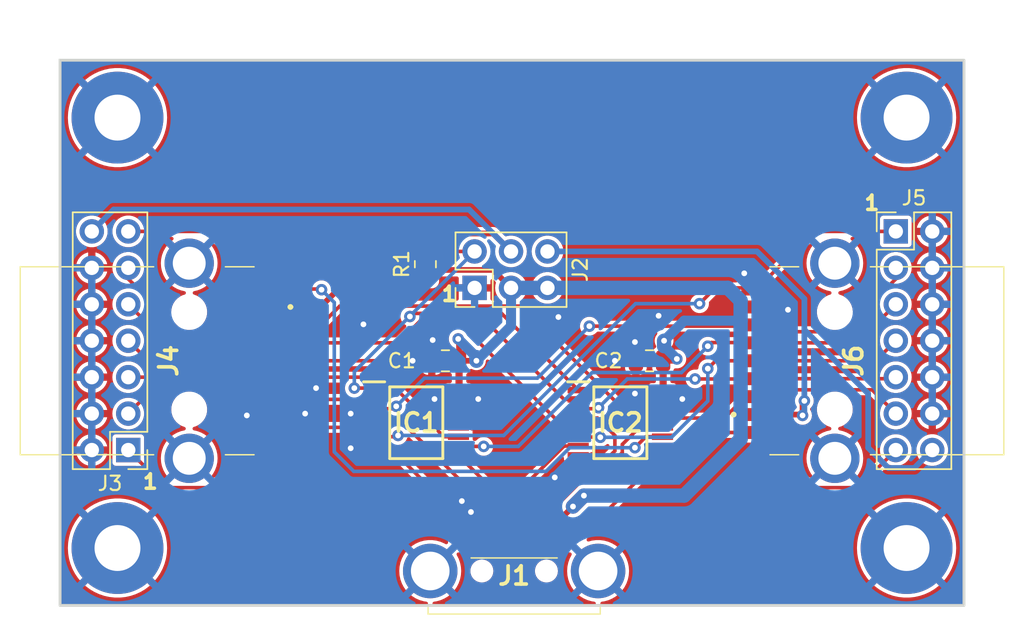
<source format=kicad_pcb>
(kicad_pcb (version 20221018) (generator pcbnew)
  (layers (0 "F.Cu" signal "Front") (31 "B.Cu" signal "Back") (34 "B.Paste" user) (35 "F.Paste" user) (36 "B.SilkS" user "B.Silks") (37 "F.SilkS" user "F.Silks") (38 "B.Mask" user) (39 "F.Mask" user) (44 "Edge.Cuts" user))
  (net 0 "")
  (net 1 "VBUS")
  (net 2 "GND")
  (net 3 "/SEL")
  (net 4 "/S5A")
  (net 5 "/S5B")
  (net 6 "/D5")
  (net 7 "/S6A")
  (net 8 "/S6B")
  (net 9 "/D6")
  (net 10 "/D7")
  (net 11 "/S7B")
  (net 12 "/S7A")
  (net 13 "/S1A")
  (net 14 "/S1B")
  (net 15 "/D1")
  (net 16 "/S2A")
  (net 17 "/S2B")
  (net 18 "/D3")
  (net 19 "/S3B")
  (net 20 "/S3A")
  (net 21 "/D4")
  (net 22 "/S4B")
  (net 23 "/S4A")
  (net 24 "/VBUSA")
  (net 25 "/VBUSB")
  (net 26 "/D2")
  (footprint "Connector_PinHeader_2.54mm:PinHeader_2x03_P2.54mm_Vertical" (layer "F.Cu") (at 199.39 86.868 90)
    (fp_text reference "J2" (at 1.27 7.366 90) (layer "F.SilkS"))
    (fp_text value "2x03")
    (fp_line (start -1.33 -1.33) (end 0 -1.33) (stroke (width 0.12)) (layer "F.SilkS"))
    (fp_line (start -1.33 0) (end -1.33 -1.33) (stroke (width 0.12)) (layer "F.SilkS"))
    (fp_line (start -1.33 1.27) (end -1.33 6.41) (stroke (width 0.12)) (layer "F.SilkS"))
    (fp_line (start -1.33 1.27) (end 1.27 1.27) (stroke (width 0.12)) (layer "F.SilkS"))
    (fp_line (start -1.33 6.41) (end 3.87 6.41) (stroke (width 0.12)) (layer "F.SilkS"))
    (fp_line (start 1.27 -1.33) (end 3.87 -1.33) (stroke (width 0.12)) (layer "F.SilkS"))
    (fp_line (start 1.27 1.27) (end 1.27 -1.33) (stroke (width 0.12)) (layer "F.SilkS"))
    (fp_line (start 3.87 -1.33) (end 3.87 6.41) (stroke (width 0.12)) (layer "F.SilkS"))
    (pad "1" thru_hole rect (at 0 0 90) (size 1.7 1.7) (drill 1) (layers "*.Cu" "*.Mask") (net 2 "GND"))
    (pad "2" thru_hole oval (at 2.54 0 90) (size 1.7 1.7) (drill 1) (layers "*.Cu" "*.Mask") (net 3 "/SEL"))
    (pad "3" thru_hole oval (at 0 2.54 90) (size 1.7 1.7) (drill 1) (layers "*.Cu" "*.Mask") (net 1 "VBUS"))
    (pad "4" thru_hole oval (at 2.54 2.54 90) (size 1.7 1.7) (drill 1) (layers "*.Cu" "*.Mask") (net 24 "/VBUSA"))
    (pad "5" thru_hole oval (at 0 5.08 90) (size 1.7 1.7) (drill 1) (layers "*.Cu" "*.Mask") (net 1 "VBUS"))
    (pad "6" thru_hole oval (at 2.54 5.08 90) (size 1.7 1.7) (drill 1) (layers "*.Cu" "*.Mask") (net 25 "/VBUSB"))
  )
  (footprint "Capacitor_SMD:C_0805_2012Metric" (layer "F.Cu") (at 211.582 91.948 180)
    (fp_text reference "C2" (at 2.86 0) (layer "F.SilkS"))
    (fp_text value "10u")
    (fp_line (start -0.261252 -0.735) (end 0.261252 -0.735) (stroke (width 0.12)) (layer "F.SilkS"))
    (fp_line (start -0.261252 0.735) (end 0.261252 0.735) (stroke (width 0.12)) (layer "F.SilkS"))
    (pad "1" smd roundrect (at -0.95 0 180) (size 1 1.45) (layers "F.Cu" "F.Paste" "F.Mask") (net 1 "VBUS"))
    (pad "2" smd roundrect (at 0.95 0 180) (size 1 1.45) (layers "F.Cu" "F.Paste" "F.Mask") (net 2 "GND"))
  )
  (footprint "mouser:692112030100-fixed" (layer "F.Cu") (at 202.148 106.426)
    (fp_text reference "J1" (at 0 0.508) (layer "F.SilkS") (effects (font (size 1.27 1.27) (thickness 0.254))))
    (fp_text value "692112030100" hide)
    (fp_line (start -6 2.715) (end -6 3.175) (stroke (width 0.1)) (layer "F.SilkS"))
    (fp_line (start -6 3.175) (end 6 3.175) (stroke (width 0.1)) (layer "F.SilkS"))
    (fp_line (start -3 -0.735) (end 3 -0.735) (stroke (width 0.1)) (layer "F.SilkS"))
    (fp_line (start 6 3.175) (end 6 2.715) (stroke (width 0.1)) (layer "F.SilkS"))
    (pad "" np_thru_hole circle (at -2.25 0.175) (size 0.001 0.001) (drill 1.1) (layers "*.Cu" "*.Mask"))
    (pad "" np_thru_hole circle (at 2.25 0.175) (size 0.001 0.001) (drill 1.1) (layers "*.Cu" "*.Mask"))
    (pad "1" smd rect (at 3 -2.275) (size 0.7 1.8) (layers "F.Cu" "F.Paste" "F.Mask") (net 1 "VBUS"))
    (pad "2" smd rect (at 1 -2.275) (size 0.7 1.8) (layers "F.Cu" "F.Paste" "F.Mask") (net 15 "/D1"))
    (pad "3" smd rect (at -1 -2.275) (size 0.7 1.8) (layers "F.Cu" "F.Paste" "F.Mask") (net 26 "/D2"))
    (pad "4" smd rect (at -3 -2.275) (size 0.7 1.8) (layers "F.Cu" "F.Paste" "F.Mask") (net 2 "GND"))
    (pad "5" smd rect (at -4 -2.275) (size 0.7 1.8) (layers "F.Cu" "F.Paste" "F.Mask") (net 18 "/D3"))
    (pad "6" smd rect (at -2 -2.275) (size 0.7 1.8) (layers "F.Cu" "F.Paste" "F.Mask") (net 21 "/D4"))
    (pad "7" smd rect (at 0 -2.275) (size 0.7 1.8) (layers "F.Cu" "F.Paste" "F.Mask") (net 6 "/D5"))
    (pad "8" smd rect (at 2 -2.275) (size 0.7 1.8) (layers "F.Cu" "F.Paste" "F.Mask") (net 9 "/D6"))
    (pad "9" smd rect (at 4 -2.275) (size 0.7 1.8) (layers "F.Cu" "F.Paste" "F.Mask") (net 10 "/D7"))
    (pad "10" thru_hole circle (at -5.85 0.175) (size 3.8 3.8) (drill 2.6926) (layers "*.Cu" "*.Mask") (net 2 "GND"))
    (pad "11" thru_hole circle (at 5.85 0.175) (size 3.8 3.8) (drill 2.6926) (layers "*.Cu" "*.Mask") (net 2 "GND"))
  )
  (footprint "MountingHole:MountingHole_3.2mm_M3_Pad_TopBottom" (layer "F.Cu") (at 174.5 75)
    (fp_text reference "H1" hide)
    (fp_text value "M3" hide)
    (pad "1" thru_hole circle (at 0 0) (size 3.6 3.6) (drill 3.2) (layers "*.Cu" "*.Mask") (net 2 "GND"))
    (pad "1" connect circle (at 0 0) (size 6.4 6.4) (layers "F.Cu" "F.Mask") (net 2 "GND"))
    (pad "1" connect circle (at 0 0) (size 6.4 6.4) (layers "B.Cu" "B.Mask") (net 2 "GND"))
  )
  (footprint "Connector_PinHeader_2.54mm:PinHeader_2x07_P2.54mm_Vertical" (layer "F.Cu") (at 175.25 98.171 180)
    (fp_text reference "J3" (at 1.27 -2.33) (layer "F.SilkS"))
    (fp_text value "Header")
    (fp_line (start -1.33 -1.33) (end 0 -1.33) (stroke (width 0.12)) (layer "F.SilkS"))
    (fp_line (start -1.33 0) (end -1.33 -1.33) (stroke (width 0.12)) (layer "F.SilkS"))
    (fp_line (start -1.33 1.27) (end -1.33 16.57) (stroke (width 0.12)) (layer "F.SilkS"))
    (fp_line (start -1.33 1.27) (end 1.27 1.27) (stroke (width 0.12)) (layer "F.SilkS"))
    (fp_line (start -1.33 16.57) (end 3.87 16.57) (stroke (width 0.12)) (layer "F.SilkS"))
    (fp_line (start 1.27 -1.33) (end 3.87 -1.33) (stroke (width 0.12)) (layer "F.SilkS"))
    (fp_line (start 1.27 1.27) (end 1.27 -1.33) (stroke (width 0.12)) (layer "F.SilkS"))
    (fp_line (start 3.87 -1.33) (end 3.87 16.57) (stroke (width 0.12)) (layer "F.SilkS"))
    (pad "1" thru_hole rect (at 0 0 180) (size 1.7 1.7) (drill 1) (layers "*.Cu" "*.Mask") (net 20 "/S3A"))
    (pad "2" thru_hole oval (at 2.54 0 180) (size 1.7 1.7) (drill 1) (layers "*.Cu" "*.Mask") (net 2 "GND"))
    (pad "3" thru_hole oval (at 0 2.54 180) (size 1.7 1.7) (drill 1) (layers "*.Cu" "*.Mask") (net 23 "/S4A"))
    (pad "4" thru_hole oval (at 2.54 2.54 180) (size 1.7 1.7) (drill 1) (layers "*.Cu" "*.Mask") (net 2 "GND"))
    (pad "5" thru_hole oval (at 0 5.08 180) (size 1.7 1.7) (drill 1) (layers "*.Cu" "*.Mask") (net 16 "/S2A"))
    (pad "6" thru_hole oval (at 2.54 5.08 180) (size 1.7 1.7) (drill 1) (layers "*.Cu" "*.Mask") (net 2 "GND"))
    (pad "7" thru_hole oval (at 0 7.62 180) (size 1.7 1.7) (drill 1) (layers "*.Cu" "*.Mask") (net 4 "/S5A"))
    (pad "8" thru_hole oval (at 2.54 7.62 180) (size 1.7 1.7) (drill 1) (layers "*.Cu" "*.Mask") (net 2 "GND"))
    (pad "9" thru_hole oval (at 0 10.16 180) (size 1.7 1.7) (drill 1) (layers "*.Cu" "*.Mask") (net 13 "/S1A"))
    (pad "10" thru_hole oval (at 2.54 10.16 180) (size 1.7 1.7) (drill 1) (layers "*.Cu" "*.Mask") (net 2 "GND"))
    (pad "11" thru_hole oval (at 0 12.7 180) (size 1.7 1.7) (drill 1) (layers "*.Cu" "*.Mask") (net 7 "/S6A"))
    (pad "12" thru_hole oval (at 2.54 12.7 180) (size 1.7 1.7) (drill 1) (layers "*.Cu" "*.Mask") (net 2 "GND"))
    (pad "13" thru_hole oval (at 0 15.24 180) (size 1.7 1.7) (drill 1) (layers "*.Cu" "*.Mask") (net 12 "/S7A"))
    (pad "14" thru_hole oval (at 2.54 15.24 180) (size 1.7 1.7) (drill 1) (layers "*.Cu" "*.Mask") (net 24 "/VBUSA"))
  )
  (footprint "mouser:SOP65P640X120-16N" (layer "F.Cu") (at 209.55 96.266)
    (fp_text reference "IC2" (at 0 0) (layer "F.SilkS") (effects (font (size 1.27 1.27) (thickness 0.254))))
    (fp_text value "SN3257QPWRQ1" hide)
    (fp_line (start -3.675 -2.85) (end -2.2 -2.85) (stroke (width 0.2)) (layer "F.SilkS"))
    (fp_line (start -1.85 -2.5) (end 1.85 -2.5) (stroke (width 0.2)) (layer "F.SilkS"))
    (fp_line (start -1.85 2.5) (end -1.85 -2.5) (stroke (width 0.2)) (layer "F.SilkS"))
    (fp_line (start 1.85 -2.5) (end 1.85 2.5) (stroke (width 0.2)) (layer "F.SilkS"))
    (fp_line (start 1.85 2.5) (end -1.85 2.5) (stroke (width 0.2)) (layer "F.SilkS"))
    (pad "1" smd rect (at -2.938 -2.275 90) (size 0.45 1.475) (layers "F.Cu" "F.Paste" "F.Mask") (net 3 "/SEL"))
    (pad "2" smd rect (at -2.938 -1.625 90) (size 0.45 1.475) (layers "F.Cu" "F.Paste" "F.Mask") (net 13 "/S1A"))
    (pad "3" smd rect (at -2.938 -0.975 90) (size 0.45 1.475) (layers "F.Cu" "F.Paste" "F.Mask") (net 14 "/S1B"))
    (pad "4" smd rect (at -2.938 -0.325 90) (size 0.45 1.475) (layers "F.Cu" "F.Paste" "F.Mask") (net 15 "/D1"))
    (pad "5" smd rect (at -2.938 0.325 90) (size 0.45 1.475) (layers "F.Cu" "F.Paste" "F.Mask") (net 4 "/S5A"))
    (pad "6" smd rect (at -2.938 0.975 90) (size 0.45 1.475) (layers "F.Cu" "F.Paste" "F.Mask") (net 5 "/S5B"))
    (pad "7" smd rect (at -2.938 1.625 90) (size 0.45 1.475) (layers "F.Cu" "F.Paste" "F.Mask") (net 6 "/D5"))
    (pad "8" smd rect (at -2.938 2.275 90) (size 0.45 1.475) (layers "F.Cu" "F.Paste" "F.Mask") (net 2 "GND"))
    (pad "9" smd rect (at 2.938 2.275 90) (size 0.45 1.475) (layers "F.Cu" "F.Paste" "F.Mask") (net 10 "/D7"))
    (pad "10" smd rect (at 2.938 1.625 90) (size 0.45 1.475) (layers "F.Cu" "F.Paste" "F.Mask") (net 11 "/S7B"))
    (pad "11" smd rect (at 2.938 0.975 90) (size 0.45 1.475) (layers "F.Cu" "F.Paste" "F.Mask") (net 12 "/S7A"))
    (pad "12" smd rect (at 2.938 0.325 90) (size 0.45 1.475) (layers "F.Cu" "F.Paste" "F.Mask") (net 9 "/D6"))
    (pad "13" smd rect (at 2.938 -0.325 90) (size 0.45 1.475) (layers "F.Cu" "F.Paste" "F.Mask") (net 8 "/S6B"))
    (pad "14" smd rect (at 2.938 -0.975 90) (size 0.45 1.475) (layers "F.Cu" "F.Paste" "F.Mask") (net 7 "/S6A"))
    (pad "15" smd rect (at 2.938 -1.625 90) (size 0.45 1.475) (layers "F.Cu" "F.Paste" "F.Mask") (net 2 "GND"))
    (pad "16" smd rect (at 2.938 -2.275 90) (size 0.45 1.475) (layers "F.Cu" "F.Paste" "F.Mask") (net 1 "VBUS"))
  )
  (footprint "mouser:692122030100" (layer "F.Cu") (at 179.5 91.948 -90)
    (fp_text reference "J4" (at 0 1.446 90) (layer "F.SilkS") (effects (font (size 1.27 1.27) (thickness 0.254))))
    (fp_text value "692122030100" hide)
    (fp_line (start -6.55 -4.52) (end -6.55 -2.52) (stroke (width 0.1)) (layer "F.SilkS"))
    (fp_line (start -6.55 2.479) (end -6.55 11.78) (stroke (width 0.1)) (layer "F.SilkS"))
    (fp_line (start -6.55 11.78) (end 6.55 11.78) (stroke (width 0.1)) (layer "F.SilkS"))
    (fp_line (start -3.75 -7.153) (end -3.75 -7.153) (stroke (width 0.2)) (layer "F.SilkS"))
    (fp_line (start -3.75 -6.953) (end -3.75 -6.953) (stroke (width 0.2)) (layer "F.SilkS"))
    (fp_line (start 6.55 -4.52) (end 6.55 -2.52) (stroke (width 0.1)) (layer "F.SilkS"))
    (fp_line (start 6.55 11.78) (end 6.55 2.479) (stroke (width 0.1)) (layer "F.SilkS"))
    (fp_arc (start -3.75 -7.153) (mid -3.65 -7.053) (end -3.75 -6.953) (stroke (width 0.2)) (layer "F.SilkS"))
    (fp_arc (start -3.75 -6.953) (mid -3.85 -7.053) (end -3.75 -7.153) (stroke (width 0.2)) (layer "F.SilkS"))
    (pad "" np_thru_hole circle (at -3.4 0 270) (size 0.001 0.001) (drill 2) (layers "*.Cu" "*.Mask"))
    (pad "" np_thru_hole circle (at 3.4 0 270) (size 0.001 0.001) (drill 2) (layers "*.Cu" "*.Mask"))
    (pad "1" smd rect (at -3.75 -5.22 270) (size 0.9 2.6) (layers "F.Cu" "F.Paste" "F.Mask") (net 24 "/VBUSA"))
    (pad "2" smd rect (at -1.25 -5.22 270) (size 0.9 2.6) (layers "F.Cu" "F.Paste" "F.Mask") (net 13 "/S1A"))
    (pad "3" smd rect (at 1.25 -5.22 270) (size 0.9 2.6) (layers "F.Cu" "F.Paste" "F.Mask") (net 16 "/S2A"))
    (pad "4" smd rect (at 3.75 -5.22 270) (size 0.9 2.6) (layers "F.Cu" "F.Paste" "F.Mask") (net 2 "GND"))
    (pad "5" smd rect (at 5 -5.445 270) (size 0.9 2.15) (layers "F.Cu" "F.Paste" "F.Mask") (net 20 "/S3A"))
    (pad "6" smd rect (at 2.5 -5.445 270) (size 0.9 2.15) (layers "F.Cu" "F.Paste" "F.Mask") (net 23 "/S4A"))
    (pad "7" smd rect (at 0 -5.445 270) (size 0.9 2.15) (layers "F.Cu" "F.Paste" "F.Mask") (net 4 "/S5A"))
    (pad "8" smd rect (at -2.5 -5.445 270) (size 0.9 2.15) (layers "F.Cu" "F.Paste" "F.Mask") (net 7 "/S6A"))
    (pad "9" smd rect (at -5 -5.445 270) (size 0.9 2.15) (layers "F.Cu" "F.Paste" "F.Mask") (net 12 "/S7A"))
    (pad "MH1" thru_hole circle (at -6.8 0 270) (size 3.438 3.438) (drill 2.2922) (layers "*.Cu" "*.Mask") (net 2 "GND"))
    (pad "MH2" thru_hole circle (at 6.8 0 270) (size 3.438 3.438) (drill 2.2922) (layers "*.Cu" "*.Mask") (net 2 "GND"))
  )
  (footprint "MountingHole:MountingHole_3.2mm_M3_Pad_TopBottom" (layer "F.Cu") (at 229.5 75)
    (fp_text reference "H4" hide)
    (fp_text value "M3" hide)
    (pad "1" thru_hole circle (at 0 0) (size 3.6 3.6) (drill 3.2) (layers "*.Cu" "*.Mask") (net 2 "GND"))
    (pad "1" connect circle (at 0 0) (size 6.4 6.4) (layers "F.Cu" "F.Mask") (net 2 "GND"))
    (pad "1" connect circle (at 0 0) (size 6.4 6.4) (layers "B.Cu" "B.Mask") (net 2 "GND"))
  )
  (footprint "Connector_PinHeader_2.54mm:PinHeader_2x07_P2.54mm_Vertical" (layer "F.Cu") (at 228.75 82.931)
    (fp_text reference "J5" (at 1.27 -2.33) (layer "F.SilkS"))
    (fp_text value "Header")
    (fp_line (start -1.33 -1.33) (end 0 -1.33) (stroke (width 0.12)) (layer "F.SilkS"))
    (fp_line (start -1.33 0) (end -1.33 -1.33) (stroke (width 0.12)) (layer "F.SilkS"))
    (fp_line (start -1.33 1.27) (end -1.33 16.57) (stroke (width 0.12)) (layer "F.SilkS"))
    (fp_line (start -1.33 1.27) (end 1.27 1.27) (stroke (width 0.12)) (layer "F.SilkS"))
    (fp_line (start -1.33 16.57) (end 3.87 16.57) (stroke (width 0.12)) (layer "F.SilkS"))
    (fp_line (start 1.27 -1.33) (end 3.87 -1.33) (stroke (width 0.12)) (layer "F.SilkS"))
    (fp_line (start 1.27 1.27) (end 1.27 -1.33) (stroke (width 0.12)) (layer "F.SilkS"))
    (fp_line (start 3.87 -1.33) (end 3.87 16.57) (stroke (width 0.12)) (layer "F.SilkS"))
    (pad "1" thru_hole rect (at 0 0) (size 1.7 1.7) (drill 1) (layers "*.Cu" "*.Mask") (net 19 "/S3B"))
    (pad "2" thru_hole oval (at 2.54 0) (size 1.7 1.7) (drill 1) (layers "*.Cu" "*.Mask") (net 2 "GND"))
    (pad "3" thru_hole oval (at 0 2.54) (size 1.7 1.7) (drill 1) (layers "*.Cu" "*.Mask") (net 22 "/S4B"))
    (pad "4" thru_hole oval (at 2.54 2.54) (size 1.7 1.7) (drill 1) (layers "*.Cu" "*.Mask") (net 2 "GND"))
    (pad "5" thru_hole oval (at 0 5.08) (size 1.7 1.7) (drill 1) (layers "*.Cu" "*.Mask") (net 17 "/S2B"))
    (pad "6" thru_hole oval (at 2.54 5.08) (size 1.7 1.7) (drill 1) (layers "*.Cu" "*.Mask") (net 2 "GND"))
    (pad "7" thru_hole oval (at 0 7.62) (size 1.7 1.7) (drill 1) (layers "*.Cu" "*.Mask") (net 5 "/S5B"))
    (pad "8" thru_hole oval (at 2.54 7.62) (size 1.7 1.7) (drill 1) (layers "*.Cu" "*.Mask") (net 2 "GND"))
    (pad "9" thru_hole oval (at 0 10.16) (size 1.7 1.7) (drill 1) (layers "*.Cu" "*.Mask") (net 14 "/S1B"))
    (pad "10" thru_hole oval (at 2.54 10.16) (size 1.7 1.7) (drill 1) (layers "*.Cu" "*.Mask") (net 2 "GND"))
    (pad "11" thru_hole oval (at 0 12.7) (size 1.7 1.7) (drill 1) (layers "*.Cu" "*.Mask") (net 8 "/S6B"))
    (pad "12" thru_hole oval (at 2.54 12.7) (size 1.7 1.7) (drill 1) (layers "*.Cu" "*.Mask") (net 2 "GND"))
    (pad "13" thru_hole oval (at 0 15.24) (size 1.7 1.7) (drill 1) (layers "*.Cu" "*.Mask") (net 11 "/S7B"))
    (pad "14" thru_hole oval (at 2.54 15.24) (size 1.7 1.7) (drill 1) (layers "*.Cu" "*.Mask") (net 25 "/VBUSB"))
  )
  (footprint "MountingHole:MountingHole_3.2mm_M3_Pad_TopBottom" (layer "F.Cu") (at 174.5 105)
    (fp_text reference "H2" hide)
    (fp_text value "M3" hide)
    (pad "1" thru_hole circle (at 0 0) (size 3.6 3.6) (drill 3.2) (layers "*.Cu" "*.Mask") (net 2 "GND"))
    (pad "1" connect circle (at 0 0) (size 6.4 6.4) (layers "F.Cu" "F.Mask") (net 2 "GND"))
    (pad "1" connect circle (at 0 0) (size 6.4 6.4) (layers "B.Cu" "B.Mask") (net 2 "GND"))
  )
  (footprint "mouser:SOP65P640X120-16N" (layer "F.Cu") (at 195.326 96.266)
    (fp_text reference "IC1" (at 0 0) (layer "F.SilkS") (effects (font (size 1.27 1.27) (thickness 0.254))))
    (fp_text value "SN3257QPWRQ1" hide)
    (fp_line (start -3.675 -2.85) (end -2.2 -2.85) (stroke (width 0.2)) (layer "F.SilkS"))
    (fp_line (start -1.85 -2.5) (end 1.85 -2.5) (stroke (width 0.2)) (layer "F.SilkS"))
    (fp_line (start -1.85 2.5) (end -1.85 -2.5) (stroke (width 0.2)) (layer "F.SilkS"))
    (fp_line (start 1.85 -2.5) (end 1.85 2.5) (stroke (width 0.2)) (layer "F.SilkS"))
    (fp_line (start 1.85 2.5) (end -1.85 2.5) (stroke (width 0.2)) (layer "F.SilkS"))
    (pad "1" smd rect (at -2.938 -2.275 90) (size 0.45 1.475) (layers "F.Cu" "F.Paste" "F.Mask") (net 3 "/SEL"))
    (pad "2" smd rect (at -2.938 -1.625 90) (size 0.45 1.475) (layers "F.Cu" "F.Paste" "F.Mask") (net 23 "/S4A"))
    (pad "3" smd rect (at -2.938 -0.975 90) (size 0.45 1.475) (layers "F.Cu" "F.Paste" "F.Mask") (net 22 "/S4B"))
    (pad "4" smd rect (at -2.938 -0.325 90) (size 0.45 1.475) (layers "F.Cu" "F.Paste" "F.Mask") (net 21 "/D4"))
    (pad "5" smd rect (at -2.938 0.325 90) (size 0.45 1.475) (layers "F.Cu" "F.Paste" "F.Mask") (net 20 "/S3A"))
    (pad "6" smd rect (at -2.938 0.975 90) (size 0.45 1.475) (layers "F.Cu" "F.Paste" "F.Mask") (net 19 "/S3B"))
    (pad "7" smd rect (at -2.938 1.625 90) (size 0.45 1.475) (layers "F.Cu" "F.Paste" "F.Mask") (net 18 "/D3"))
    (pad "8" smd rect (at -2.938 2.275 90) (size 0.45 1.475) (layers "F.Cu" "F.Paste" "F.Mask") (net 2 "GND"))
    (pad "9" smd rect (at 2.938 2.275 90) (size 0.45 1.475) (layers "F.Cu" "F.Paste" "F.Mask") (net 26 "/D2"))
    (pad "10" smd rect (at 2.938 1.625 90) (size 0.45 1.475) (layers "F.Cu" "F.Paste" "F.Mask") (net 17 "/S2B"))
    (pad "11" smd rect (at 2.938 0.975 90) (size 0.45 1.475) (layers "F.Cu" "F.Paste" "F.Mask") (net 16 "/S2A"))
    (pad "12" smd rect (at 2.938 0.325 90) (size 0.45 1.475) (layers "F.Cu" "F.Paste" "F.Mask") (net 2 "GND"))
    (pad "13" smd rect (at 2.938 -0.325 90) (size 0.45 1.475) (layers "F.Cu" "F.Paste" "F.Mask") (net 2 "GND"))
    (pad "14" smd rect (at 2.938 -0.975 90) (size 0.45 1.475) (layers "F.Cu" "F.Paste" "F.Mask") (net 2 "GND"))
    (pad "15" smd rect (at 2.938 -1.625 90) (size 0.45 1.475) (layers "F.Cu" "F.Paste" "F.Mask") (net 2 "GND"))
    (pad "16" smd rect (at 2.938 -2.275 90) (size 0.45 1.475) (layers "F.Cu" "F.Paste" "F.Mask") (net 1 "VBUS"))
  )
  (footprint "MountingHole:MountingHole_3.2mm_M3_Pad_TopBottom" (layer "F.Cu") (at 229.5 105)
    (fp_text reference "H3" hide)
    (fp_text value "M3" hide)
    (pad "1" thru_hole circle (at 0 0) (size 3.6 3.6) (drill 3.2) (layers "*.Cu" "*.Mask") (net 2 "GND"))
    (pad "1" connect circle (at 0 0) (size 6.4 6.4) (layers "F.Cu" "F.Mask") (net 2 "GND"))
    (pad "1" connect circle (at 0 0) (size 6.4 6.4) (layers "B.Cu" "B.Mask") (net 2 "GND"))
  )
  (footprint "Capacitor_SMD:C_0805_2012Metric" (layer "F.Cu") (at 197.358 91.948 180)
    (fp_text reference "C1" (at 3.048 0) (layer "F.SilkS"))
    (fp_text value "10u")
    (fp_line (start -0.261252 -0.735) (end 0.261252 -0.735) (stroke (width 0.12)) (layer "F.SilkS"))
    (fp_line (start -0.261252 0.735) (end 0.261252 0.735) (stroke (width 0.12)) (layer "F.SilkS"))
    (pad "1" smd roundrect (at -0.95 0 180) (size 1 1.45) (layers "F.Cu" "F.Paste" "F.Mask") (net 1 "VBUS"))
    (pad "2" smd roundrect (at 0.95 0 180) (size 1 1.45) (layers "F.Cu" "F.Paste" "F.Mask") (net 2 "GND"))
  )
  (footprint "mouser:692122030100" (layer "F.Cu") (at 224.5 91.948 90)
    (fp_text reference "J6" (at 0 1.306 90) (layer "F.SilkS") (effects (font (size 1.27 1.27) (thickness 0.254))))
    (fp_text value "692122030100" hide)
    (fp_line (start -6.55 -4.52) (end -6.55 -2.52) (stroke (width 0.1)) (layer "F.SilkS"))
    (fp_line (start -6.55 2.479) (end -6.55 11.78) (stroke (width 0.1)) (layer "F.SilkS"))
    (fp_line (start -6.55 11.78) (end 6.55 11.78) (stroke (width 0.1)) (layer "F.SilkS"))
    (fp_line (start -3.75 -7.153) (end -3.75 -7.153) (stroke (width 0.2)) (layer "F.SilkS"))
    (fp_line (start -3.75 -6.953) (end -3.75 -6.953) (stroke (width 0.2)) (layer "F.SilkS"))
    (fp_line (start 6.55 -4.52) (end 6.55 -2.52) (stroke (width 0.1)) (layer "F.SilkS"))
    (fp_line (start 6.55 11.78) (end 6.55 2.479) (stroke (width 0.1)) (layer "F.SilkS"))
    (fp_arc (start -3.75 -7.153) (mid -3.65 -7.053) (end -3.75 -6.953) (stroke (width 0.2)) (layer "F.SilkS"))
    (fp_arc (start -3.75 -6.953) (mid -3.85 -7.053) (end -3.75 -7.153) (stroke (width 0.2)) (layer "F.SilkS"))
    (pad "" np_thru_hole circle (at -3.4 0 90) (size 0.001 0.001) (drill 2) (layers "*.Cu" "*.Mask"))
    (pad "" np_thru_hole circle (at 3.4 0 90) (size 0.001 0.001) (drill 2) (layers "*.Cu" "*.Mask"))
    (pad "1" smd rect (at -3.75 -5.22 90) (size 0.9 2.6) (layers "F.Cu" "F.Paste" "F.Mask") (net 25 "/VBUSB"))
    (pad "2" smd rect (at -1.25 -5.22 90) (size 0.9 2.6) (layers "F.Cu" "F.Paste" "F.Mask") (net 14 "/S1B"))
    (pad "3" smd rect (at 1.25 -5.22 90) (size 0.9 2.6) (layers "F.Cu" "F.Paste" "F.Mask") (net 17 "/S2B"))
    (pad "4" smd rect (at 3.75 -5.22 90) (size 0.9 2.6) (layers "F.Cu" "F.Paste" "F.Mask") (net 2 "GND"))
    (pad "5" smd rect (at 5 -5.445 90) (size 0.9 2.15) (layers "F.Cu" "F.Paste" "F.Mask") (net 19 "/S3B"))
    (pad "6" smd rect (at 2.5 -5.445 90) (size 0.9 2.15) (layers "F.Cu" "F.Paste" "F.Mask") (net 22 "/S4B"))
    (pad "7" smd rect (at 0 -5.445 90) (size 0.9 2.15) (layers "F.Cu" "F.Paste" "F.Mask") (net 5 "/S5B"))
    (pad "8" smd rect (at -2.5 -5.445 90) (size 0.9 2.15) (layers "F.Cu" "F.Paste" "F.Mask") (net 8 "/S6B"))
    (pad "9" smd rect (at -5 -5.445 90) (size 0.9 2.15) (layers "F.Cu" "F.Paste" "F.Mask") (net 11 "/S7B"))
    (pad "MH1" thru_hole circle (at -6.8 0 90) (size 3.438 3.438) (drill 2.2922) (layers "*.Cu" "*.Mask") (net 2 "GND"))
    (pad "MH2" thru_hole circle (at 6.8 0 90) (size 3.438 3.438) (drill 2.2922) (layers "*.Cu" "*.Mask") (net 2 "GND"))
  )
  (footprint "Resistor_SMD:R_0805_2012Metric" (layer "F.Cu") (at 195.961 85.217 90)
    (fp_text reference "R1" (at 0 -1.65 90) (layer "F.SilkS"))
    (fp_text value "4K7")
    (fp_line (start -0.227064 -0.735) (end 0.227064 -0.735) (stroke (width 0.12)) (layer "F.SilkS"))
    (fp_line (start -0.227064 0.735) (end 0.227064 0.735) (stroke (width 0.12)) (layer "F.SilkS"))
    (pad "1" smd roundrect (at -0.9125 0 90) (size 1.025 1.4) (layers "F.Cu" "F.Paste" "F.Mask") (roundrect_rratio 0.243902) (net 1 "VBUS"))
    (pad "2" smd roundrect (at 0.9125 0 90) (size 1.025 1.4) (layers "F.Cu" "F.Paste" "F.Mask") (roundrect_rratio 0.243902) (net 3 "/SEL"))
  )
  (gr_rect (start 170.5 71) (end 233.5 109) (stroke (width 0.2)) (fill none) (layer "Edge.Cuts"))
  (gr_text "1" (at 196.977 87.884) (layer "F.SilkS") (effects (font (size 1 1) (thickness 0.25) bold) (justify left bottom)))
  (gr_text "1" (at 226.441 81.534) (layer "F.SilkS") (effects (font (size 1 1) (thickness 0.25) bold) (justify left bottom)))
  (gr_text "1" (at 176.149 100.965) (layer "F.SilkS") (effects (font (size 1 1) (thickness 0.25) bold) (justify left bottom)))
  (segment (start 213.36 91.948) (end 213.487 91.821) (width 0.4) (layer "F.Cu") (net 1))
  (segment (start 212.532 91.948) (end 212.532 93.947) (width 0.5) (layer "F.Cu") (net 1))
  (segment (start 198.308 91.948) (end 198.308 93.947) (width 0.5) (layer "F.Cu") (net 1))
  (segment (start 196.4725 85.618) (end 200.68 85.618) (width 0.4) (layer "F.Cu") (net 1))
  (segment (start 198.308 90.485) (end 198.247 90.424) (width 0.4) (layer "F.Cu") (net 1))
  (segment (start 198.308 93.947) (end 198.264 93.991) (width 0.4) (layer "F.Cu") (net 1))
  (segment (start 212.532 90.617) (end 212.598 90.551) (width 0.4) (layer "F.Cu") (net 1))
  (segment (start 206.248 102.108) (end 207.010001 101.345999) (width 1) (layer "F.Cu") (net 1))
  (segment (start 212.532 93.947) (end 212.488 93.991) (width 0.4) (layer "F.Cu") (net 1))
  (segment (start 200.68 85.618) (end 201.93 86.868) (width 0.4) (layer "F.Cu") (net 1))
  (segment (start 195.961 86.1295) (end 196.4725 85.618) (width 0.4) (layer "F.Cu") (net 1))
  (segment (start 198.308 91.948) (end 199.517 91.948) (width 0.4) (layer "F.Cu") (net 1))
  (segment (start 205.148 104.151) (end 205.148 103.208) (width 0.4) (layer "F.Cu") (net 1))
  (segment (start 212.532 91.948) (end 212.532 90.617) (width 0.4) (layer "F.Cu") (net 1))
  (segment (start 212.532 91.948) (end 213.36 91.948) (width 0.4) (layer "F.Cu") (net 1))
  (segment (start 198.308 91.948) (end 198.308 90.485) (width 0.4) (layer "F.Cu") (net 1))
  (segment (start 205.148 103.208) (end 206.248 102.108) (width 0.4) (layer "F.Cu") (net 1))
  (via (at 213.487 91.821) (size 0.8) (drill 0.4) (layers "F.Cu" "B.Cu") (net 1))
  (via (at 198.247 90.424) (size 0.8) (drill 0.4) (layers "F.Cu" "B.Cu") (net 1))
  (via (at 212.598 90.551) (size 0.8) (drill 0.4) (layers "F.Cu" "B.Cu") (net 1))
  (via (at 199.517 91.948) (size 0.8) (drill 0.4) (layers "F.Cu" "B.Cu") (net 1))
  (via (at 207.010001 101.345999) (size 0.8) (drill 0.4) (layers "F.Cu" "B.Cu") (net 1))
  (via (at 206.248 102.108) (size 0.8) (drill 0.4) (layers "F.Cu" "B.Cu") (net 1))
  (segment (start 217.043 86.868) (end 201.93 86.868) (width 1) (layer "B.Cu") (net 1))
  (segment (start 212.598 90.932) (end 213.487 91.821) (width 0.7) (layer "B.Cu") (net 1))
  (segment (start 201.93 89.535) (end 199.517 91.948) (width 0.7) (layer "B.Cu") (net 1))
  (segment (start 213.995 101.346) (end 207.010001 101.345999) (width 1) (layer "B.Cu") (net 1))
  (segment (start 206.248 102.108) (end 206.248001 102.107999) (width 0.4) (layer "B.Cu") (net 1))
  (segment (start 217.932 89.154) (end 217.932 97.409) (width 1) (layer "B.Cu") (net 1))
  (segment (start 207.010001 101.345999) (end 206.248001 102.107999) (width 1) (layer "B.Cu") (net 1))
  (segment (start 217.932 87.757) (end 217.043 86.868) (width 1) (layer "B.Cu") (net 1))
  (segment (start 217.932 89.154) (end 213.995 89.154) (width 0.7) (layer "B.Cu") (net 1))
  (segment (start 199.517 91.694) (end 199.517 91.948) (width 1) (layer "B.Cu") (net 1))
  (segment (start 217.932 97.409) (end 213.995 101.346) (width 1) (layer "B.Cu") (net 1))
  (segment (start 201.93 86.868) (end 201.93 89.535) (width 0.7) (layer "B.Cu") (net 1))
  (segment (start 213.995 89.154) (end 212.598 90.551) (width 0.7) (layer "B.Cu") (net 1))
  (segment (start 198.247 90.424) (end 199.517 91.694) (width 0.7) (layer "B.Cu") (net 1))
  (segment (start 212.598 90.551) (end 212.598 90.932) (width 1) (layer "B.Cu") (net 1))
  (segment (start 217.932 89.154) (end 217.932 87.757) (width 1) (layer "B.Cu") (net 1))
  (segment (start 206.513 98.541) (end 204.978 100.076) (width 0.4) (layer "F.Cu") (net 2))
  (segment (start 206.612 98.541) (end 206.513 98.541) (width 0.4) (layer "F.Cu") (net 2))
  (via (at 209.169 91.948) (size 0.8) (drill 0.4) (layers "F.Cu" "B.Cu") (net 2))
  (via (at 221.234 88.392) (size 0.8) (drill 0.4) (layers "F.Cu" "B.Cu") (net 2))
  (via (at 205.232 88.9) (size 0.8) (drill 0.4) (layers "F.Cu" "B.Cu") (net 2))
  (via (at 190.754 98.044) (size 0.8) (drill 0.4) (layers "F.Cu" "B.Cu") (net 2))
  (via (at 188.341 93.853) (size 0.8) (drill 0.4) (layers "F.Cu" "B.Cu") (net 2))
  (via (at 199.644 94.615) (size 0.8) (drill 0.4) (layers "F.Cu" "B.Cu") (net 2))
  (via (at 204.978 100.076) (size 0.8) (drill 0.4) (layers "F.Cu" "B.Cu") (net 2))
  (via (at 210.566 94.234) (size 0.8) (drill 0.4) (layers "F.Cu" "B.Cu") (net 2))
  (via (at 210.566 90.6405) (size 0.8) (drill 0.4) (layers "F.Cu" "B.Cu") (net 2))
  (via (at 183.515 95.758) (size 0.8) (drill 0.4) (layers "F.Cu" "B.Cu") (net 2))
  (via (at 198.501 101.727) (size 0.8) (drill 0.4) (layers "F.Cu" "B.Cu") (net 2))
  (via (at 195.072 91.948) (size 0.8) (drill 0.4) (layers "F.Cu" "B.Cu") (net 2))
  (via (at 187.579 95.631) (size 0.8) (drill 0.4) (layers "F.Cu" "B.Cu") (net 2))
  (via (at 196.469 90.5045) (size 0.8) (drill 0.4) (layers "F.Cu" "B.Cu") (net 2))
  (via (at 212.217 88.810499) (size 0.8) (drill 0.4) (layers "F.Cu" "B.Cu") (net 2))
  (via (at 191.643 89.408) (size 0.8) (drill 0.4) (layers "F.Cu" "B.Cu") (net 2))
  (via (at 213.868 94.615) (size 0.8) (drill 0.4) (layers "F.Cu" "B.Cu") (net 2))
  (via (at 196.596 94.615) (size 0.8) (drill 0.4) (layers "F.Cu" "B.Cu") (net 2))
  (via (at 190.754 95.631) (size 0.8) (drill 0.4) (layers "F.Cu" "B.Cu") (net 2))
  (via (at 218.186 85.852) (size 0.8) (drill 0.4) (layers "F.Cu" "B.Cu") (net 2))
  (via (at 199.136 102.489) (size 0.8) (drill 0.4) (layers "F.Cu" "B.Cu") (net 2))
  (segment (start 191.008 93.853) (end 192.25 93.853) (width 0.25) (layer "F.Cu") (net 3))
  (segment (start 195.098 88.646) (end 194.8815 88.8625) (width 0.25) (layer "F.Cu") (net 3))
  (segment (start 206.612 93.991) (end 201.267 88.646) (width 0.25) (layer "F.Cu") (net 3))
  (segment (start 195.961 84.3045) (end 195.9845 84.328) (width 0.25) (layer "F.Cu") (net 3))
  (segment (start 195.9845 84.328) (end 199.39 84.328) (width 0.25) (layer "F.Cu") (net 3))
  (segment (start 201.267 88.646) (end 195.098 88.646) (width 0.25) (layer "F.Cu") (net 3))
  (segment (start 192.25 93.853) (end 192.388 93.991) (width 0.25) (layer "F.Cu") (net 3))
  (via (at 191.008 93.853) (size 0.8) (drill 0.4) (layers "F.Cu" "B.Cu") (net 3))
  (via (at 194.8815 88.8625) (size 0.8) (drill 0.4) (layers "F.Cu" "B.Cu") (net 3))
  (segment (start 199.39 84.328) (end 191.008 92.71) (width 0.25) (layer "B.Cu") (net 3))
  (segment (start 191.008 92.71) (end 191.008 93.853) (width 0.25) (layer "B.Cu") (net 3))
  (segment (start 193.456288 91.948) (end 185.785 91.948) (width 0.25) (layer "F.Cu") (net 4))
  (segment (start 175.25 90.551) (end 176.647 91.948) (width 0.25) (layer "F.Cu") (net 4))
  (segment (start 206.612 96.591) (end 205.6245 96.591) (width 0.25) (layer "F.Cu") (net 4))
  (segment (start 176.647 91.948) (end 184.945 91.948) (width 0.25) (layer "F.Cu") (net 4))
  (segment (start 198.642002 89.608502) (end 195.795786 89.608502) (width 0.25) (layer "F.Cu") (net 4))
  (segment (start 195.795786 89.608502) (end 193.456288 91.948) (width 0.25) (layer "F.Cu") (net 4))
  (segment (start 205.6245 96.591) (end 198.642002 89.608502) (width 0.25) (layer "F.Cu") (net 4))
  (segment (start 227.353 91.948) (end 228.75 90.551) (width 0.25) (layer "F.Cu") (net 5))
  (segment (start 218.9615 92.202) (end 218.7075 91.948) (width 0.25) (layer "F.Cu") (net 5))
  (segment (start 216.191499 91.948) (end 215.646 92.493499) (width 0.25) (layer "F.Cu") (net 5))
  (segment (start 218.7075 91.948) (end 216.191499 91.948) (width 0.25) (layer "F.Cu") (net 5))
  (segment (start 219.055 91.948) (end 227.353 91.948) (width 0.25) (layer "F.Cu") (net 5))
  (segment (start 206.612 97.241) (end 208.153 97.282) (width 0.25) (layer "F.Cu") (net 5))
  (via (at 208.153 97.282) (size 0.8) (drill 0.4) (layers "F.Cu" "B.Cu") (net 5))
  (via (at 215.646 92.493499) (size 0.8) (drill 0.4) (layers "F.Cu" "B.Cu") (net 5))
  (segment (start 213.115305 97.282) (end 215.646 94.751305) (width 0.25) (layer "B.Cu") (net 5))
  (segment (start 215.646 94.751305) (end 215.646 92.493499) (width 0.25) (layer "B.Cu") (net 5))
  (segment (start 208.153 97.282) (end 213.115305 97.282) (width 0.25) (layer "B.Cu") (net 5))
  (segment (start 206.612 97.891) (end 205.6245 97.891) (width 0.25) (layer "F.Cu") (net 6))
  (segment (start 202.148 101.3675) (end 202.148 104.151) (width 0.25) (layer "F.Cu") (net 6))
  (segment (start 205.6245 97.891) (end 202.148 101.3675) (width 0.25) (layer "F.Cu") (net 6))
  (segment (start 175.25 85.471) (end 175.25 86.242544) (width 0.25) (layer "F.Cu") (net 7))
  (segment (start 189.99131 88.138) (end 188.68131 89.448) (width 0.25) (layer "F.Cu") (net 7))
  (segment (start 175.25 86.242544) (end 178.930456 89.923) (width 0.25) (layer "F.Cu") (net 7))
  (segment (start 188.68131 89.448) (end 185.785 89.448) (width 0.25) (layer "F.Cu") (net 7))
  (segment (start 178.930456 89.923) (end 184.47 89.923) (width 0.25) (layer "F.Cu") (net 7))
  (segment (start 202.56638 88.138) (end 189.99131 88.138) (width 0.25) (layer "F.Cu") (net 7))
  (segment (start 212.488 95.291) (end 209.71938 95.291) (width 0.25) (layer "F.Cu") (net 7))
  (segment (start 184.47 89.923) (end 184.945 89.448) (width 0.25) (layer "F.Cu") (net 7))
  (segment (start 209.71938 95.291) (end 202.56638 88.138) (width 0.25) (layer "F.Cu") (net 7))
  (segment (start 216.7975 95.941) (end 218.0365 94.702) (width 0.25) (layer "F.Cu") (net 8))
  (segment (start 218.0365 94.702) (end 218.9615 94.702) (width 0.25) (layer "F.Cu") (net 8))
  (segment (start 227.092 93.973) (end 228.75 95.631) (width 0.25) (layer "F.Cu") (net 8))
  (segment (start 212.488 95.941) (end 216.7975 95.941) (width 0.25) (layer "F.Cu") (net 8))
  (segment (start 219.53 93.973) (end 227.092 93.973) (width 0.25) (layer "F.Cu") (net 8))
  (segment (start 219.055 94.448) (end 219.53 93.973) (width 0.25) (layer "F.Cu") (net 8))
  (segment (start 209.687002 97.779998) (end 210.876 96.591) (width 0.25) (layer "F.Cu") (net 9))
  (segment (start 204.148 103.001) (end 206.877499 100.271501) (width 0.25) (layer "F.Cu") (net 9))
  (segment (start 210.876 96.591) (end 212.488 96.591) (width 0.25) (layer "F.Cu") (net 9))
  (segment (start 206.877499 100.271501) (end 207.765379 100.271501) (width 0.25) (layer "F.Cu") (net 9))
  (segment (start 207.765379 100.271501) (end 209.687002 98.349878) (width 0.25) (layer "F.Cu") (net 9))
  (segment (start 209.687002 98.349878) (end 209.687002 97.779998) (width 0.25) (layer "F.Cu") (net 9))
  (segment (start 204.148 104.151) (end 204.148 103.001) (width 0.25) (layer "F.Cu") (net 9))
  (segment (start 206.878 104.151) (end 212.488 98.541) (width 0.25) (layer "F.Cu") (net 10))
  (segment (start 206.148 104.151) (end 206.878 104.151) (width 0.25) (layer "F.Cu") (net 10))
  (segment (start 219.055 96.948) (end 222.899 100.792) (width 0.25) (layer "F.Cu") (net 11))
  (segment (start 226.129 100.792) (end 228.75 98.171) (width 0.25) (layer "F.Cu") (net 11))
  (segment (start 222.899 100.792) (end 226.129 100.792) (width 0.25) (layer "F.Cu") (net 11))
  (segment (start 214.4185 96.948) (end 218.9615 96.948) (width 0.25) (layer "F.Cu") (net 11))
  (segment (start 212.488 97.891) (end 213.4755 97.891) (width 0.25) (layer "F.Cu") (net 11))
  (segment (start 213.4755 97.891) (end 214.4185 96.948) (width 0.25) (layer "F.Cu") (net 11))
  (segment (start 188.675 86.948) (end 188.722 86.995) (width 0.25) (layer "F.Cu") (net 12))
  (segment (start 180.928 82.931) (end 184.945 86.948) (width 0.25) (layer "F.Cu") (net 12))
  (segment (start 185.785 86.948) (end 188.675 86.948) (width 0.25) (layer "F.Cu") (net 12))
  (segment (start 175.25 82.931) (end 180.928 82.931) (width 0.25) (layer "F.Cu") (net 12))
  (segment (start 211.3315 97.241) (end 210.566 98.0065) (width 0.25) (layer "F.Cu") (net 12))
  (segment (start 212.488 97.241) (end 211.3315 97.241) (width 0.25) (layer "F.Cu") (net 12))
  (via (at 210.566 98.0065) (size 0.8) (drill 0.4) (layers "F.Cu" "B.Cu") (net 12))
  (via (at 188.722 86.995) (size 0.8) (drill 0.4) (layers "F.Cu" "B.Cu") (net 12))
  (segment (start 206.022902 98.0065) (end 210.566 98.0065) (width 0.25) (layer "B.Cu") (net 12))
  (segment (start 188.722 86.995) (end 189.611 87.884) (width 0.25) (layer "B.Cu") (net 12))
  (segment (start 204.371902 99.6575) (end 206.022902 98.0065) (width 0.25) (layer "B.Cu") (net 12))
  (segment (start 189.611 87.884) (end 189.611 98.298) (width 0.25) (layer "B.Cu") (net 12))
  (segment (start 189.611 98.298) (end 190.9705 99.6575) (width 0.25) (layer "B.Cu") (net 12))
  (segment (start 190.9705 99.6575) (end 204.371902 99.6575) (width 0.25) (layer "B.Cu") (net 12))
  (segment (start 194.070598 90.698) (end 185.56 90.698) (width 0.25) (layer "F.Cu") (net 13))
  (segment (start 205.6245 94.641) (end 200.142501 89.159001) (width 0.25) (layer "F.Cu") (net 13))
  (segment (start 195.609597 89.159001) (end 194.070598 90.698) (width 0.25) (layer "F.Cu") (net 13))
  (segment (start 175.25 88.011) (end 177.937 90.698) (width 0.25) (layer "F.Cu") (net 13))
  (segment (start 206.612 94.641) (end 205.6245 94.641) (width 0.25) (layer "F.Cu") (net 13))
  (segment (start 200.142501 89.159001) (end 195.609597 89.159001) (width 0.25) (layer "F.Cu") (net 13))
  (segment (start 177.937 90.698) (end 184.72 90.698) (width 0.25) (layer "F.Cu") (net 13))
  (segment (start 228.643 93.198) (end 228.75 93.091) (width 0.25) (layer "F.Cu") (net 14))
  (segment (start 206.612 95.291) (end 207.958346 95.291) (width 0.25) (layer "F.Cu") (net 14))
  (segment (start 219.28 93.198) (end 228.643 93.198) (width 0.25) (layer "F.Cu") (net 14))
  (segment (start 219.1865 93.452) (end 218.9525 93.218) (width 0.25) (layer "F.Cu") (net 14))
  (segment (start 218.9525 93.218) (end 214.757001 93.217999) (width 0.25) (layer "F.Cu") (net 14))
  (via (at 208.029052 95.220294) (size 0.8) (drill 0.4) (layers "F.Cu" "B.Cu") (net 14))
  (via (at 214.757001 93.217999) (size 0.8) (drill 0.4) (layers "F.Cu" "B.Cu") (net 14))
  (segment (start 210.031347 93.217999) (end 214.757001 93.217999) (width 0.25) (layer "B.Cu") (net 14))
  (segment (start 208.029052 95.220294) (end 210.031347 93.217999) (width 0.25) (layer "B.Cu") (net 14))
  (segment (start 203.148 103.001) (end 206.327 99.822) (width 0.25) (layer "F.Cu") (net 15))
  (segment (start 207.955 95.941) (end 206.612 95.941) (width 0.25) (layer "F.Cu") (net 15))
  (segment (start 209.169 97.155) (end 207.955 95.941) (width 0.25) (layer "F.Cu") (net 15))
  (segment (start 203.148 104.151) (end 203.148 103.001) (width 0.25) (layer "F.Cu") (net 15))
  (segment (start 207.57919 99.822) (end 209.169 98.23219) (width 0.25) (layer "F.Cu") (net 15))
  (segment (start 206.327 99.822) (end 207.57919 99.822) (width 0.25) (layer "F.Cu") (net 15))
  (segment (start 209.169 98.23219) (end 209.169 97.155) (width 0.25) (layer "F.Cu") (net 15))
  (segment (start 198.264 97.241) (end 197.2505 97.241) (width 0.25) (layer "F.Cu") (net 16))
  (segment (start 197.2505 97.241) (end 193.1005 93.091) (width 0.25) (layer "F.Cu") (net 16))
  (segment (start 175.25 93.091) (end 184.613 93.091) (width 0.25) (layer "F.Cu") (net 16))
  (segment (start 193.1005 93.091) (end 185.453 93.091) (width 0.25) (layer "F.Cu") (net 16))
  (segment (start 184.613 93.091) (end 184.72 93.198) (width 0.25) (layer "F.Cu") (net 16))
  (segment (start 200.025 97.917) (end 198.29 97.917) (width 0.25) (layer "F.Cu") (net 17))
  (segment (start 215.9 90.678) (end 215.646 90.932) (width 0.25) (layer "F.Cu") (net 17))
  (segment (start 219.1865 90.952) (end 218.9125 90.678) (width 0.25) (layer "F.Cu") (net 17))
  (segment (start 219.28 90.698) (end 226.063 90.698) (width 0.25) (layer "F.Cu") (net 17))
  (segment (start 198.29 97.917) (end 198.264 97.891) (width 0.25) (layer "F.Cu") (net 17))
  (segment (start 218.9125 90.678) (end 215.9 90.678) (width 0.25) (layer "F.Cu") (net 17))
  (segment (start 226.063 90.698) (end 228.75 88.011) (width 0.25) (layer "F.Cu") (net 17))
  (via (at 215.646 90.932) (size 0.8) (drill 0.4) (layers "F.Cu" "B.Cu") (net 17))
  (via (at 200.025 97.917) (size 0.8) (drill 0.4) (layers "F.Cu" "B.Cu") (net 17))
  (segment (start 207.586502 92.768498) (end 213.809502 92.768498) (width 0.25) (layer "B.Cu") (net 17))
  (segment (start 202.438 97.917) (end 207.586502 92.768498) (width 0.25) (layer "B.Cu") (net 17))
  (segment (start 213.809502 92.768498) (end 215.646 90.932) (width 0.25) (layer "B.Cu") (net 17))
  (segment (start 200.025 97.917) (end 202.438 97.917) (width 0.25) (layer "B.Cu") (net 17))
  (segment (start 193.3755 97.891) (end 198.148 102.6635) (width 0.25) (layer "F.Cu") (net 18))
  (segment (start 192.388 97.891) (end 193.3755 97.891) (width 0.25) (layer "F.Cu") (net 18))
  (segment (start 198.148 102.6635) (end 198.148 104.151) (width 0.25) (layer "F.Cu") (net 18))
  (segment (start 223.072 82.931) (end 228.75 82.931) (width 0.25) (layer "F.Cu") (net 19))
  (segment (start 193.97 97.241) (end 194.056 97.155) (width 0.25) (layer "F.Cu") (net 19))
  (segment (start 218.6275 86.868) (end 216.168186 86.868) (width 0.25) (layer "F.Cu") (net 19))
  (segment (start 219.055 86.948) (end 223.072 82.931) (width 0.25) (layer "F.Cu") (net 19))
  (segment (start 218.9615 87.202) (end 218.6275 86.868) (width 0.25) (layer "F.Cu") (net 19))
  (segment (start 216.168186 86.868) (end 215.068686 87.9675) (width 0.25) (layer "F.Cu") (net 19))
  (segment (start 192.388 97.241) (end 193.97 97.241) (width 0.25) (layer "F.Cu") (net 19))
  (via (at 215.068686 87.9675) (size 0.8) (drill 0.4) (layers "F.Cu" "B.Cu") (net 19))
  (via (at 194.056 97.155) (size 0.8) (drill 0.4) (layers "F.Cu" "B.Cu") (net 19))
  (segment (start 201.422 97.155) (end 210.6095 87.9675) (width 0.25) (layer "B.Cu") (net 19))
  (segment (start 210.6095 87.9675) (end 215.068686 87.9675) (width 0.25) (layer "B.Cu") (net 19))
  (segment (start 194.056 97.155) (end 201.422 97.155) (width 0.25) (layer "B.Cu") (net 19))
  (segment (start 181.101 100.792) (end 184.945 96.948) (width 0.25) (layer "F.Cu") (net 20))
  (segment (start 177.871 100.792) (end 181.101 100.792) (width 0.25) (layer "F.Cu") (net 20))
  (segment (start 175.25 98.171) (end 177.871 100.792) (width 0.25) (layer "F.Cu") (net 20))
  (segment (start 186.142 96.591) (end 192.388 96.591) (width 0.25) (layer "F.Cu") (net 20))
  (segment (start 185.785 96.948) (end 186.142 96.591) (width 0.25) (layer "F.Cu") (net 20))
  (segment (start 194.0515 95.941) (end 200.148 102.0375) (width 0.25) (layer "F.Cu") (net 21))
  (segment (start 192.388 95.941) (end 194.0515 95.941) (width 0.25) (layer "F.Cu") (net 21))
  (segment (start 200.148 102.0375) (end 200.148 104.151) (width 0.25) (layer "F.Cu") (net 21))
  (segment (start 225.069544 89.923) (end 228.75 86.242544) (width 0.25) (layer "F.Cu") (net 22))
  (segment (start 193.634 95.291) (end 193.802 95.123) (width 0.25) (layer "F.Cu") (net 22))
  (segment (start 218.9615 89.702) (end 218.7945 89.535) (width 0.25) (layer "F.Cu") (net 22))
  (segment (start 192.388 95.291) (end 193.634 95.291) (width 0.25) (layer "F.Cu") (net 22))
  (segment (start 228.75 86.242544) (end 228.75 85.471) (width 0.25) (layer "F.Cu") (net 22))
  (segment (start 218.7945 89.535) (end 207.391001 89.534999) (width 0.25) (layer "F.Cu") (net 22))
  (segment (start 219.53 89.923) (end 225.069544 89.923) (width 0.25) (layer "F.Cu") (net 22))
  (segment (start 219.055 89.448) (end 219.53 89.923) (width 0.25) (layer "F.Cu") (net 22))
  (via (at 193.929 95.123) (size 0.8) (drill 0.4) (layers "F.Cu" "B.Cu") (net 22))
  (via (at 207.391001 89.534999) (size 0.8) (drill 0.4) (layers "F.Cu" "B.Cu") (net 22))
  (segment (start 203.766499 93.159501) (end 207.391001 89.534999) (width 0.25) (layer "B.Cu") (net 22))
  (segment (start 193.929 95.123) (end 195.892499 93.159501) (width 0.25) (layer "B.Cu") (net 22))
  (segment (start 195.892499 93.159501) (end 203.766499 93.159501) (width 0.25) (layer "B.Cu") (net 22))
  (segment (start 185.978 94.641) (end 185.785 94.448) (width 0.25) (layer "F.Cu") (net 23))
  (segment (start 184.47 93.973) (end 184.945 94.448) (width 0.25) (layer "F.Cu") (net 23))
  (segment (start 175.25 95.631) (end 176.908 93.973) (width 0.25) (layer "F.Cu") (net 23))
  (segment (start 176.908 93.973) (end 184.47 93.973) (width 0.25) (layer "F.Cu") (net 23))
  (segment (start 192.388 94.641) (end 185.978 94.641) (width 0.25) (layer "F.Cu") (net 23))
  (segment (start 193.770371 83.078) (end 188.650371 88.198) (width 0.4) (layer "F.Cu") (net 24))
  (segment (start 188.650371 88.198) (end 185.56 88.198) (width 0.4) (layer "F.Cu") (net 24))
  (segment (start 201.93 84.328) (end 200.68 83.078) (width 0.4) (layer "F.Cu") (net 24))
  (segment (start 200.68 83.078) (end 193.770371 83.078) (width 0.4) (layer "F.Cu") (net 24))
  (segment (start 174.234 81.407) (end 199.009 81.407) (width 0.4) (layer "B.Cu") (net 24))
  (segment (start 172.71 82.931) (end 174.234 81.407) (width 0.4) (layer "B.Cu") (net 24))
  (segment (start 199.009 81.407) (end 201.93 84.328) (width 0.4) (layer "B.Cu") (net 24))
  (segment (start 222.25 95.758) (end 222.25 94.869) (width 0.4) (layer "F.Cu") (net 25))
  (segment (start 222.183 95.698) (end 222.123 95.758) (width 0.4) (layer "F.Cu") (net 25))
  (segment (start 222.25 94.869) (end 222.377 94.742) (width 0.4) (layer "F.Cu") (net 25))
  (segment (start 222.123 95.758) (end 222.25 95.758) (width 0.4) (layer "F.Cu") (net 25))
  (segment (start 219.28 95.698) (end 222.183 95.698) (width 0.4) (layer "F.Cu") (net 25))
  (via (at 222.377 94.742) (size 0.8) (drill 0.4) (layers "F.Cu" "B.Cu") (net 25))
  (via (at 222.25 95.758) (size 0.8) (drill 0.4) (layers "F.Cu" "B.Cu") (net 25))
  (segment (start 204.47 84.328) (end 219.075 84.328) (width 0.4) (layer "B.Cu") (net 25))
  (segment (start 226.822 94.234) (end 222.377 89.789) (width 0.4) (layer "B.Cu") (net 25))
  (segment (start 228.232233 99.421) (end 226.822 98.010767) (width 0.4) (layer "B.Cu") (net 25))
  (segment (start 231.29 98.171) (end 230.04 99.421) (width 0.4) (layer "B.Cu") (net 25))
  (segment (start 226.822 98.010767) (end 226.822 94.234) (width 0.4) (layer "B.Cu") (net 25))
  (segment (start 222.377 94.742) (end 222.377 95.504) (width 0.4) (layer "B.Cu") (net 25))
  (segment (start 230.04 99.421) (end 228.232233 99.421) (width 0.4) (layer "B.Cu") (net 25))
  (segment (start 222.377 87.63) (end 222.377 89.789) (width 0.4) (layer "B.Cu") (net 25))
  (segment (start 219.075 84.328) (end 222.377 87.63) (width 0.4) (layer "B.Cu") (net 25))
  (segment (start 222.377 89.789) (end 222.377 94.742) (width 0.4) (layer "B.Cu") (net 25))
  (segment (start 201.148 101.425) (end 198.264 98.541) (width 0.25) (layer "F.Cu") (net 26))
  (segment (start 201.148 104.151) (end 201.148 101.425) (width 0.25) (layer "F.Cu") (net 26))
  (zone (net 2) (net_name "GND") (layer "F.Cu") (connect_pads (clearance 0.254)) (min_thickness 0.254) (fill yes (thermal_gap 0.254) (thermal_bridge_width 0.508) (island_removal_mode 2) (island_area_min 10))
    (polygon (pts (xy 170.18 66.802) (xy 233.934 66.802) (xy 233.934 109.22) (xy 170.18 109.22)))
  )
  (zone (net 2) (net_name "GND") (layer "B.Cu") (connect_pads (clearance 0.254)) (min_thickness 0.254) (fill yes (thermal_gap 0.508) (thermal_bridge_width 0.508) (island_removal_mode 2) (island_area_min 10))
    (polygon (pts (xy 170.18 66.802) (xy 233.934 66.802) (xy 233.934 109.22) (xy 170.18 109.22)))
  )
)
</source>
